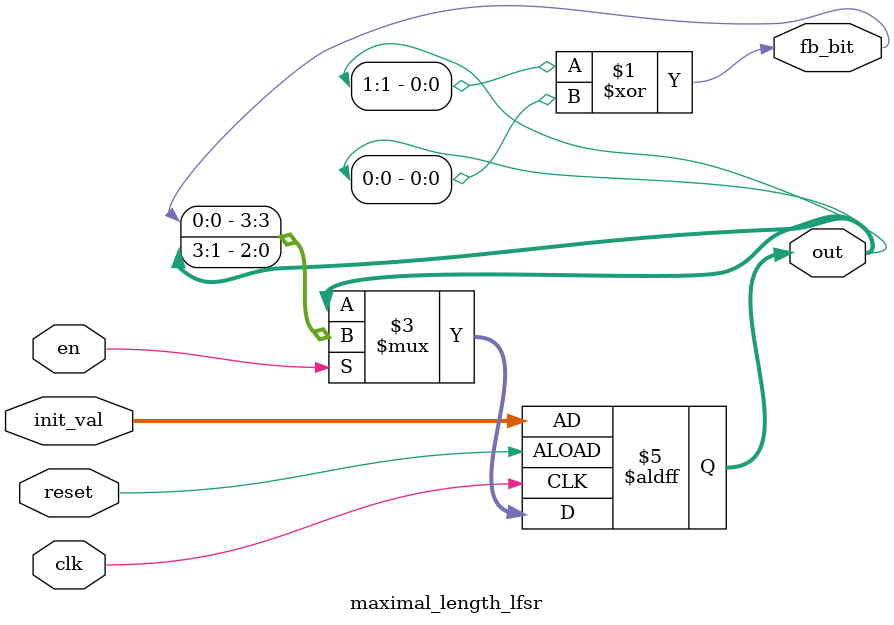
<source format=v>
`timescale 1ns / 1ps

module maximal_length_lfsr(
	input clk,
	input reset,
	input en,
	input [3:0] init_val,
	output reg [3:0] out,
	output fb_bit
    );
    assign fb_bit=out[1]^out[0];
    always @(posedge clk or posedge reset)
    begin 
    	if(reset)
    		out <= init_val;
    	else if (en)
    		out <= {fb_bit,out[3:1]};
    end
endmodule

</source>
